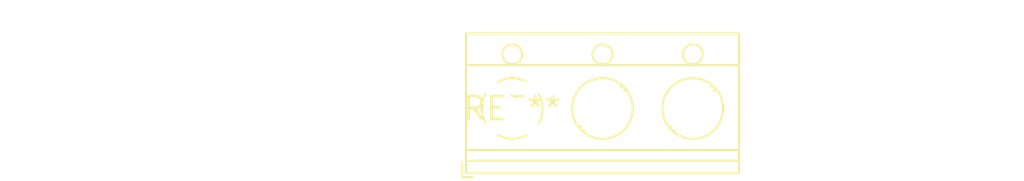
<source format=kicad_pcb>
(kicad_pcb (version 20240108) (generator pcbnew)
  (layers (0 "F.Cu" signal) (31 "B.Cu" signal) (34 "B.Paste" user) (35 "F.Paste" user) (36 "B.SilkS" user "B.Silkscreen") (37 "F.SilkS" user "F.Silkscreen") (38 "B.Mask" user) (39 "F.Mask" user) (44 "Edge.Cuts" user))
  (net 0 "")
  (footprint "TerminalBlock_RND_205-00013_1x03_P5.00mm_Horizontal" (layer "F.Cu") (at 0 0)
    (property "Reference" "REF**")
    (property "Value" "TerminalBlock_RND_205-00013_1x03_P5.00mm_Horizontal")
    (fp_line (start -2.8 2.96) (end -2.8 3.8) (layer "F.SilkS") (stroke (width 0.12)))
    (fp_line (start -2.8 3.8) (end -2.2 3.8) (layer "F.SilkS") (stroke (width 0.12)))
    (fp_line (start -2.56 -4.16) (end -2.56 3.561) (layer "F.SilkS") (stroke (width 0.12)))
    (fp_line (start -2.56 -4.16) (end 12.56 -4.16) (layer "F.SilkS") (stroke (width 0.12)))
    (fp_line (start -2.56 -2.4) (end 12.56 -2.4) (layer "F.SilkS") (stroke (width 0.12)))
    (fp_line (start -2.56 2.3) (end 12.56 2.3) (layer "F.SilkS") (stroke (width 0.12)))
    (fp_line (start -2.56 2.9) (end 12.56 2.9) (layer "F.SilkS") (stroke (width 0.12)))
    (fp_line (start -2.56 3.561) (end 12.56 3.561) (layer "F.SilkS") (stroke (width 0.12)))
    (fp_line (start 3.82 0.976) (end 3.726 1.069) (layer "F.SilkS") (stroke (width 0.12)))
    (fp_line (start 3.99 1.216) (end 3.931 1.274) (layer "F.SilkS") (stroke (width 0.12)))
    (fp_line (start 6.07 -1.275) (end 6.011 -1.216) (layer "F.SilkS") (stroke (width 0.12)))
    (fp_line (start 6.275 -1.069) (end 6.181 -0.976) (layer "F.SilkS") (stroke (width 0.12)))
    (fp_line (start 8.82 0.976) (end 8.726 1.069) (layer "F.SilkS") (stroke (width 0.12)))
    (fp_line (start 8.99 1.216) (end 8.931 1.274) (layer "F.SilkS") (stroke (width 0.12)))
    (fp_line (start 11.07 -1.275) (end 11.011 -1.216) (layer "F.SilkS") (stroke (width 0.12)))
    (fp_line (start 11.275 -1.069) (end 11.181 -0.976) (layer "F.SilkS") (stroke (width 0.12)))
    (fp_line (start 12.56 -4.16) (end 12.56 3.561) (layer "F.SilkS") (stroke (width 0.12)))
    (fp_arc (start -1.483953 0.789089) (mid -1.680708 5e-05) (end -1.484 -0.789) (layer "F.SilkS") (stroke (width 0.12)))
    (fp_arc (start -0.789089 -1.483953) (mid -5e-05 -1.680708) (end 0.789 -1.484) (layer "F.SilkS") (stroke (width 0.12)))
    (fp_arc (start 0.029383 1.68045) (mid -0.392304 1.634281) (end -0.789 1.484) (layer "F.SilkS") (stroke (width 0.12)))
    (fp_arc (start 0.788712 1.483352) (mid 0.406429 1.630097) (end 0 1.68) (layer "F.SilkS") (stroke (width 0.12)))
    (fp_arc (start 1.483953 -0.789089) (mid 1.680708 -5e-05) (end 1.484 0.789) (layer "F.SilkS") (stroke (width 0.12)))
    (fp_circle (center 0 -3) (end 0.55 -3) (layer "F.SilkS") (stroke (width 0.12)) (fill none))
    (fp_circle (center 5 -3) (end 5.55 -3) (layer "F.SilkS") (stroke (width 0.12)) (fill none))
    (fp_circle (center 5 0) (end 6.68 0) (layer "F.SilkS") (stroke (width 0.12)) (fill none))
    (fp_circle (center 10 -3) (end 10.55 -3) (layer "F.SilkS") (stroke (width 0.12)) (fill none))
    (fp_circle (center 10 0) (end 11.68 0) (layer "F.SilkS") (stroke (width 0.12)) (fill none))
    (pad "1" thru_hole rect (at 0 0) (size 2.5 2.5) (drill 1.3) (layers *.Cu *.Mask) (remove_unused_layers))
    (pad "2" thru_hole circle (at 5 0) (size 2.5 2.5) (drill 1.3) (layers *.Cu *.Mask) (remove_unused_layers))
    (pad "3" thru_hole circle (at 10 0) (size 2.5 2.5) (drill 1.3) (layers *.Cu *.Mask) (remove_unused_layers))
  )
)
</source>
